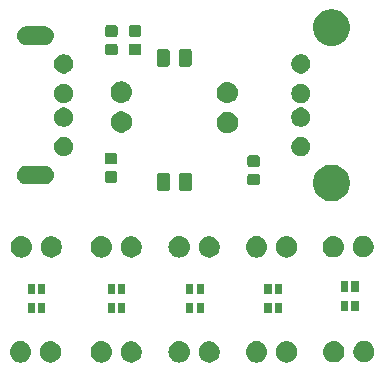
<source format=gbr>
G04 #@! TF.GenerationSoftware,KiCad,Pcbnew,(5.1.2)-1*
G04 #@! TF.CreationDate,2024-04-02T23:01:08+09:00*
G04 #@! TF.ProjectId,uf,75662e6b-6963-4616-945f-706362585858,v1.0*
G04 #@! TF.SameCoordinates,Original*
G04 #@! TF.FileFunction,Soldermask,Top*
G04 #@! TF.FilePolarity,Negative*
%FSLAX46Y46*%
G04 Gerber Fmt 4.6, Leading zero omitted, Abs format (unit mm)*
G04 Created by KiCad (PCBNEW (5.1.2)-1) date 2024-04-02 23:01:08*
%MOMM*%
%LPD*%
G04 APERTURE LIST*
%ADD10C,0.100000*%
G04 APERTURE END LIST*
D10*
G36*
X149900443Y-138485519D02*
G01*
X149966627Y-138492037D01*
X150136466Y-138543557D01*
X150292991Y-138627222D01*
X150328729Y-138656552D01*
X150430186Y-138739814D01*
X150513448Y-138841271D01*
X150542778Y-138877009D01*
X150626443Y-139033534D01*
X150677963Y-139203373D01*
X150695359Y-139380000D01*
X150677963Y-139556627D01*
X150626443Y-139726466D01*
X150542778Y-139882991D01*
X150513448Y-139918729D01*
X150430186Y-140020186D01*
X150357480Y-140079853D01*
X150292991Y-140132778D01*
X150136466Y-140216443D01*
X149966627Y-140267963D01*
X149900443Y-140274481D01*
X149834260Y-140281000D01*
X149745740Y-140281000D01*
X149679557Y-140274481D01*
X149613373Y-140267963D01*
X149443534Y-140216443D01*
X149287009Y-140132778D01*
X149222520Y-140079853D01*
X149149814Y-140020186D01*
X149066552Y-139918729D01*
X149037222Y-139882991D01*
X148953557Y-139726466D01*
X148902037Y-139556627D01*
X148884641Y-139380000D01*
X148902037Y-139203373D01*
X148953557Y-139033534D01*
X149037222Y-138877009D01*
X149066552Y-138841271D01*
X149149814Y-138739814D01*
X149251271Y-138656552D01*
X149287009Y-138627222D01*
X149443534Y-138543557D01*
X149613373Y-138492037D01*
X149679557Y-138485519D01*
X149745740Y-138479000D01*
X149834260Y-138479000D01*
X149900443Y-138485519D01*
X149900443Y-138485519D01*
G37*
G36*
X152443512Y-138483927D02*
G01*
X152592812Y-138513624D01*
X152756784Y-138581544D01*
X152904354Y-138680147D01*
X153029853Y-138805646D01*
X153128456Y-138953216D01*
X153196376Y-139117188D01*
X153231000Y-139291259D01*
X153231000Y-139468741D01*
X153196376Y-139642812D01*
X153128456Y-139806784D01*
X153029853Y-139954354D01*
X152904354Y-140079853D01*
X152756784Y-140178456D01*
X152592812Y-140246376D01*
X152443512Y-140276073D01*
X152418742Y-140281000D01*
X152241258Y-140281000D01*
X152216488Y-140276073D01*
X152067188Y-140246376D01*
X151903216Y-140178456D01*
X151755646Y-140079853D01*
X151630147Y-139954354D01*
X151531544Y-139806784D01*
X151463624Y-139642812D01*
X151429000Y-139468741D01*
X151429000Y-139291259D01*
X151463624Y-139117188D01*
X151531544Y-138953216D01*
X151630147Y-138805646D01*
X151755646Y-138680147D01*
X151903216Y-138581544D01*
X152067188Y-138513624D01*
X152216488Y-138483927D01*
X152241258Y-138479000D01*
X152418742Y-138479000D01*
X152443512Y-138483927D01*
X152443512Y-138483927D01*
G37*
G36*
X132453512Y-138483927D02*
G01*
X132602812Y-138513624D01*
X132766784Y-138581544D01*
X132914354Y-138680147D01*
X133039853Y-138805646D01*
X133138456Y-138953216D01*
X133206376Y-139117188D01*
X133241000Y-139291259D01*
X133241000Y-139468741D01*
X133206376Y-139642812D01*
X133138456Y-139806784D01*
X133039853Y-139954354D01*
X132914354Y-140079853D01*
X132766784Y-140178456D01*
X132602812Y-140246376D01*
X132453512Y-140276073D01*
X132428742Y-140281000D01*
X132251258Y-140281000D01*
X132226488Y-140276073D01*
X132077188Y-140246376D01*
X131913216Y-140178456D01*
X131765646Y-140079853D01*
X131640147Y-139954354D01*
X131541544Y-139806784D01*
X131473624Y-139642812D01*
X131439000Y-139468741D01*
X131439000Y-139291259D01*
X131473624Y-139117188D01*
X131541544Y-138953216D01*
X131640147Y-138805646D01*
X131765646Y-138680147D01*
X131913216Y-138581544D01*
X132077188Y-138513624D01*
X132226488Y-138483927D01*
X132251258Y-138479000D01*
X132428742Y-138479000D01*
X132453512Y-138483927D01*
X132453512Y-138483927D01*
G37*
G36*
X129910443Y-138485519D02*
G01*
X129976627Y-138492037D01*
X130146466Y-138543557D01*
X130302991Y-138627222D01*
X130338729Y-138656552D01*
X130440186Y-138739814D01*
X130523448Y-138841271D01*
X130552778Y-138877009D01*
X130636443Y-139033534D01*
X130687963Y-139203373D01*
X130705359Y-139380000D01*
X130687963Y-139556627D01*
X130636443Y-139726466D01*
X130552778Y-139882991D01*
X130523448Y-139918729D01*
X130440186Y-140020186D01*
X130367480Y-140079853D01*
X130302991Y-140132778D01*
X130146466Y-140216443D01*
X129976627Y-140267963D01*
X129910443Y-140274481D01*
X129844260Y-140281000D01*
X129755740Y-140281000D01*
X129689557Y-140274481D01*
X129623373Y-140267963D01*
X129453534Y-140216443D01*
X129297009Y-140132778D01*
X129232520Y-140079853D01*
X129159814Y-140020186D01*
X129076552Y-139918729D01*
X129047222Y-139882991D01*
X128963557Y-139726466D01*
X128912037Y-139556627D01*
X128894641Y-139380000D01*
X128912037Y-139203373D01*
X128963557Y-139033534D01*
X129047222Y-138877009D01*
X129076552Y-138841271D01*
X129159814Y-138739814D01*
X129261271Y-138656552D01*
X129297009Y-138627222D01*
X129453534Y-138543557D01*
X129623373Y-138492037D01*
X129689557Y-138485519D01*
X129755740Y-138479000D01*
X129844260Y-138479000D01*
X129910443Y-138485519D01*
X129910443Y-138485519D01*
G37*
G36*
X139293512Y-138483927D02*
G01*
X139442812Y-138513624D01*
X139606784Y-138581544D01*
X139754354Y-138680147D01*
X139879853Y-138805646D01*
X139978456Y-138953216D01*
X140046376Y-139117188D01*
X140081000Y-139291259D01*
X140081000Y-139468741D01*
X140046376Y-139642812D01*
X139978456Y-139806784D01*
X139879853Y-139954354D01*
X139754354Y-140079853D01*
X139606784Y-140178456D01*
X139442812Y-140246376D01*
X139293512Y-140276073D01*
X139268742Y-140281000D01*
X139091258Y-140281000D01*
X139066488Y-140276073D01*
X138917188Y-140246376D01*
X138753216Y-140178456D01*
X138605646Y-140079853D01*
X138480147Y-139954354D01*
X138381544Y-139806784D01*
X138313624Y-139642812D01*
X138279000Y-139468741D01*
X138279000Y-139291259D01*
X138313624Y-139117188D01*
X138381544Y-138953216D01*
X138480147Y-138805646D01*
X138605646Y-138680147D01*
X138753216Y-138581544D01*
X138917188Y-138513624D01*
X139066488Y-138483927D01*
X139091258Y-138479000D01*
X139268742Y-138479000D01*
X139293512Y-138483927D01*
X139293512Y-138483927D01*
G37*
G36*
X145893512Y-138483927D02*
G01*
X146042812Y-138513624D01*
X146206784Y-138581544D01*
X146354354Y-138680147D01*
X146479853Y-138805646D01*
X146578456Y-138953216D01*
X146646376Y-139117188D01*
X146681000Y-139291259D01*
X146681000Y-139468741D01*
X146646376Y-139642812D01*
X146578456Y-139806784D01*
X146479853Y-139954354D01*
X146354354Y-140079853D01*
X146206784Y-140178456D01*
X146042812Y-140246376D01*
X145893512Y-140276073D01*
X145868742Y-140281000D01*
X145691258Y-140281000D01*
X145666488Y-140276073D01*
X145517188Y-140246376D01*
X145353216Y-140178456D01*
X145205646Y-140079853D01*
X145080147Y-139954354D01*
X144981544Y-139806784D01*
X144913624Y-139642812D01*
X144879000Y-139468741D01*
X144879000Y-139291259D01*
X144913624Y-139117188D01*
X144981544Y-138953216D01*
X145080147Y-138805646D01*
X145205646Y-138680147D01*
X145353216Y-138581544D01*
X145517188Y-138513624D01*
X145666488Y-138483927D01*
X145691258Y-138479000D01*
X145868742Y-138479000D01*
X145893512Y-138483927D01*
X145893512Y-138483927D01*
G37*
G36*
X143350443Y-138485519D02*
G01*
X143416627Y-138492037D01*
X143586466Y-138543557D01*
X143742991Y-138627222D01*
X143778729Y-138656552D01*
X143880186Y-138739814D01*
X143963448Y-138841271D01*
X143992778Y-138877009D01*
X144076443Y-139033534D01*
X144127963Y-139203373D01*
X144145359Y-139380000D01*
X144127963Y-139556627D01*
X144076443Y-139726466D01*
X143992778Y-139882991D01*
X143963448Y-139918729D01*
X143880186Y-140020186D01*
X143807480Y-140079853D01*
X143742991Y-140132778D01*
X143586466Y-140216443D01*
X143416627Y-140267963D01*
X143350443Y-140274481D01*
X143284260Y-140281000D01*
X143195740Y-140281000D01*
X143129557Y-140274481D01*
X143063373Y-140267963D01*
X142893534Y-140216443D01*
X142737009Y-140132778D01*
X142672520Y-140079853D01*
X142599814Y-140020186D01*
X142516552Y-139918729D01*
X142487222Y-139882991D01*
X142403557Y-139726466D01*
X142352037Y-139556627D01*
X142334641Y-139380000D01*
X142352037Y-139203373D01*
X142403557Y-139033534D01*
X142487222Y-138877009D01*
X142516552Y-138841271D01*
X142599814Y-138739814D01*
X142701271Y-138656552D01*
X142737009Y-138627222D01*
X142893534Y-138543557D01*
X143063373Y-138492037D01*
X143129557Y-138485519D01*
X143195740Y-138479000D01*
X143284260Y-138479000D01*
X143350443Y-138485519D01*
X143350443Y-138485519D01*
G37*
G36*
X136750443Y-138485519D02*
G01*
X136816627Y-138492037D01*
X136986466Y-138543557D01*
X137142991Y-138627222D01*
X137178729Y-138656552D01*
X137280186Y-138739814D01*
X137363448Y-138841271D01*
X137392778Y-138877009D01*
X137476443Y-139033534D01*
X137527963Y-139203373D01*
X137545359Y-139380000D01*
X137527963Y-139556627D01*
X137476443Y-139726466D01*
X137392778Y-139882991D01*
X137363448Y-139918729D01*
X137280186Y-140020186D01*
X137207480Y-140079853D01*
X137142991Y-140132778D01*
X136986466Y-140216443D01*
X136816627Y-140267963D01*
X136750443Y-140274481D01*
X136684260Y-140281000D01*
X136595740Y-140281000D01*
X136529557Y-140274481D01*
X136463373Y-140267963D01*
X136293534Y-140216443D01*
X136137009Y-140132778D01*
X136072520Y-140079853D01*
X135999814Y-140020186D01*
X135916552Y-139918729D01*
X135887222Y-139882991D01*
X135803557Y-139726466D01*
X135752037Y-139556627D01*
X135734641Y-139380000D01*
X135752037Y-139203373D01*
X135803557Y-139033534D01*
X135887222Y-138877009D01*
X135916552Y-138841271D01*
X135999814Y-138739814D01*
X136101271Y-138656552D01*
X136137009Y-138627222D01*
X136293534Y-138543557D01*
X136463373Y-138492037D01*
X136529557Y-138485519D01*
X136595740Y-138479000D01*
X136684260Y-138479000D01*
X136750443Y-138485519D01*
X136750443Y-138485519D01*
G37*
G36*
X156440443Y-138465519D02*
G01*
X156506627Y-138472037D01*
X156676466Y-138523557D01*
X156832991Y-138607222D01*
X156857361Y-138627222D01*
X156970186Y-138719814D01*
X157040625Y-138805646D01*
X157082778Y-138857009D01*
X157166443Y-139013534D01*
X157217963Y-139183373D01*
X157235359Y-139360000D01*
X157217963Y-139536627D01*
X157166443Y-139706466D01*
X157082778Y-139862991D01*
X157066366Y-139882989D01*
X156970186Y-140000186D01*
X156897480Y-140059853D01*
X156832991Y-140112778D01*
X156676466Y-140196443D01*
X156506627Y-140247963D01*
X156440442Y-140254482D01*
X156374260Y-140261000D01*
X156285740Y-140261000D01*
X156219558Y-140254482D01*
X156153373Y-140247963D01*
X155983534Y-140196443D01*
X155827009Y-140112778D01*
X155762520Y-140059853D01*
X155689814Y-140000186D01*
X155593634Y-139882989D01*
X155577222Y-139862991D01*
X155493557Y-139706466D01*
X155442037Y-139536627D01*
X155424641Y-139360000D01*
X155442037Y-139183373D01*
X155493557Y-139013534D01*
X155577222Y-138857009D01*
X155619375Y-138805646D01*
X155689814Y-138719814D01*
X155802639Y-138627222D01*
X155827009Y-138607222D01*
X155983534Y-138523557D01*
X156153373Y-138472037D01*
X156219557Y-138465519D01*
X156285740Y-138459000D01*
X156374260Y-138459000D01*
X156440443Y-138465519D01*
X156440443Y-138465519D01*
G37*
G36*
X158983512Y-138463927D02*
G01*
X159132812Y-138493624D01*
X159296784Y-138561544D01*
X159444354Y-138660147D01*
X159569853Y-138785646D01*
X159668456Y-138933216D01*
X159736376Y-139097188D01*
X159771000Y-139271259D01*
X159771000Y-139448741D01*
X159736376Y-139622812D01*
X159668456Y-139786784D01*
X159569853Y-139934354D01*
X159444354Y-140059853D01*
X159296784Y-140158456D01*
X159132812Y-140226376D01*
X158983512Y-140256073D01*
X158958742Y-140261000D01*
X158781258Y-140261000D01*
X158756488Y-140256073D01*
X158607188Y-140226376D01*
X158443216Y-140158456D01*
X158295646Y-140059853D01*
X158170147Y-139934354D01*
X158071544Y-139786784D01*
X158003624Y-139622812D01*
X157969000Y-139448741D01*
X157969000Y-139271259D01*
X158003624Y-139097188D01*
X158071544Y-138933216D01*
X158170147Y-138785646D01*
X158295646Y-138660147D01*
X158443216Y-138561544D01*
X158607188Y-138493624D01*
X158756488Y-138463927D01*
X158781258Y-138459000D01*
X158958742Y-138459000D01*
X158983512Y-138463927D01*
X158983512Y-138463927D01*
G37*
G36*
X151931000Y-136126000D02*
G01*
X151319000Y-136126000D01*
X151319000Y-135264000D01*
X151931000Y-135264000D01*
X151931000Y-136126000D01*
X151931000Y-136126000D01*
G37*
G36*
X151061000Y-136126000D02*
G01*
X150449000Y-136126000D01*
X150449000Y-135264000D01*
X151061000Y-135264000D01*
X151061000Y-136126000D01*
X151061000Y-136126000D01*
G37*
G36*
X145321000Y-136126000D02*
G01*
X144709000Y-136126000D01*
X144709000Y-135264000D01*
X145321000Y-135264000D01*
X145321000Y-136126000D01*
X145321000Y-136126000D01*
G37*
G36*
X144451000Y-136126000D02*
G01*
X143839000Y-136126000D01*
X143839000Y-135264000D01*
X144451000Y-135264000D01*
X144451000Y-136126000D01*
X144451000Y-136126000D01*
G37*
G36*
X138681000Y-136126000D02*
G01*
X138069000Y-136126000D01*
X138069000Y-135264000D01*
X138681000Y-135264000D01*
X138681000Y-136126000D01*
X138681000Y-136126000D01*
G37*
G36*
X137811000Y-136126000D02*
G01*
X137199000Y-136126000D01*
X137199000Y-135264000D01*
X137811000Y-135264000D01*
X137811000Y-136126000D01*
X137811000Y-136126000D01*
G37*
G36*
X131891000Y-136126000D02*
G01*
X131279000Y-136126000D01*
X131279000Y-135264000D01*
X131891000Y-135264000D01*
X131891000Y-136126000D01*
X131891000Y-136126000D01*
G37*
G36*
X131021000Y-136126000D02*
G01*
X130409000Y-136126000D01*
X130409000Y-135264000D01*
X131021000Y-135264000D01*
X131021000Y-136126000D01*
X131021000Y-136126000D01*
G37*
G36*
X157571000Y-135946000D02*
G01*
X156959000Y-135946000D01*
X156959000Y-135084000D01*
X157571000Y-135084000D01*
X157571000Y-135946000D01*
X157571000Y-135946000D01*
G37*
G36*
X158441000Y-135946000D02*
G01*
X157829000Y-135946000D01*
X157829000Y-135084000D01*
X158441000Y-135084000D01*
X158441000Y-135946000D01*
X158441000Y-135946000D01*
G37*
G36*
X138681000Y-134456000D02*
G01*
X138069000Y-134456000D01*
X138069000Y-133594000D01*
X138681000Y-133594000D01*
X138681000Y-134456000D01*
X138681000Y-134456000D01*
G37*
G36*
X151061000Y-134456000D02*
G01*
X150449000Y-134456000D01*
X150449000Y-133594000D01*
X151061000Y-133594000D01*
X151061000Y-134456000D01*
X151061000Y-134456000D01*
G37*
G36*
X144451000Y-134456000D02*
G01*
X143839000Y-134456000D01*
X143839000Y-133594000D01*
X144451000Y-133594000D01*
X144451000Y-134456000D01*
X144451000Y-134456000D01*
G37*
G36*
X145321000Y-134456000D02*
G01*
X144709000Y-134456000D01*
X144709000Y-133594000D01*
X145321000Y-133594000D01*
X145321000Y-134456000D01*
X145321000Y-134456000D01*
G37*
G36*
X151931000Y-134456000D02*
G01*
X151319000Y-134456000D01*
X151319000Y-133594000D01*
X151931000Y-133594000D01*
X151931000Y-134456000D01*
X151931000Y-134456000D01*
G37*
G36*
X131891000Y-134456000D02*
G01*
X131279000Y-134456000D01*
X131279000Y-133594000D01*
X131891000Y-133594000D01*
X131891000Y-134456000D01*
X131891000Y-134456000D01*
G37*
G36*
X137811000Y-134456000D02*
G01*
X137199000Y-134456000D01*
X137199000Y-133594000D01*
X137811000Y-133594000D01*
X137811000Y-134456000D01*
X137811000Y-134456000D01*
G37*
G36*
X131021000Y-134456000D02*
G01*
X130409000Y-134456000D01*
X130409000Y-133594000D01*
X131021000Y-133594000D01*
X131021000Y-134456000D01*
X131021000Y-134456000D01*
G37*
G36*
X157571000Y-134276000D02*
G01*
X156959000Y-134276000D01*
X156959000Y-133414000D01*
X157571000Y-133414000D01*
X157571000Y-134276000D01*
X157571000Y-134276000D01*
G37*
G36*
X158441000Y-134276000D02*
G01*
X157829000Y-134276000D01*
X157829000Y-133414000D01*
X158441000Y-133414000D01*
X158441000Y-134276000D01*
X158441000Y-134276000D01*
G37*
G36*
X129980443Y-129595519D02*
G01*
X130046627Y-129602037D01*
X130216466Y-129653557D01*
X130372991Y-129737222D01*
X130408729Y-129766552D01*
X130510186Y-129849814D01*
X130593448Y-129951271D01*
X130622778Y-129987009D01*
X130706443Y-130143534D01*
X130757963Y-130313373D01*
X130775359Y-130490000D01*
X130757963Y-130666627D01*
X130706443Y-130836466D01*
X130622778Y-130992991D01*
X130593448Y-131028729D01*
X130510186Y-131130186D01*
X130437480Y-131189853D01*
X130372991Y-131242778D01*
X130216466Y-131326443D01*
X130046627Y-131377963D01*
X129980443Y-131384481D01*
X129914260Y-131391000D01*
X129825740Y-131391000D01*
X129759557Y-131384481D01*
X129693373Y-131377963D01*
X129523534Y-131326443D01*
X129367009Y-131242778D01*
X129302520Y-131189853D01*
X129229814Y-131130186D01*
X129146552Y-131028729D01*
X129117222Y-130992991D01*
X129033557Y-130836466D01*
X128982037Y-130666627D01*
X128964641Y-130490000D01*
X128982037Y-130313373D01*
X129033557Y-130143534D01*
X129117222Y-129987009D01*
X129146552Y-129951271D01*
X129229814Y-129849814D01*
X129331271Y-129766552D01*
X129367009Y-129737222D01*
X129523534Y-129653557D01*
X129693373Y-129602037D01*
X129759557Y-129595519D01*
X129825740Y-129589000D01*
X129914260Y-129589000D01*
X129980443Y-129595519D01*
X129980443Y-129595519D01*
G37*
G36*
X132523512Y-129593927D02*
G01*
X132672812Y-129623624D01*
X132836784Y-129691544D01*
X132984354Y-129790147D01*
X133109853Y-129915646D01*
X133208456Y-130063216D01*
X133276376Y-130227188D01*
X133311000Y-130401259D01*
X133311000Y-130578741D01*
X133276376Y-130752812D01*
X133208456Y-130916784D01*
X133109853Y-131064354D01*
X132984354Y-131189853D01*
X132836784Y-131288456D01*
X132672812Y-131356376D01*
X132523512Y-131386073D01*
X132498742Y-131391000D01*
X132321258Y-131391000D01*
X132296488Y-131386073D01*
X132147188Y-131356376D01*
X131983216Y-131288456D01*
X131835646Y-131189853D01*
X131710147Y-131064354D01*
X131611544Y-130916784D01*
X131543624Y-130752812D01*
X131509000Y-130578741D01*
X131509000Y-130401259D01*
X131543624Y-130227188D01*
X131611544Y-130063216D01*
X131710147Y-129915646D01*
X131835646Y-129790147D01*
X131983216Y-129691544D01*
X132147188Y-129623624D01*
X132296488Y-129593927D01*
X132321258Y-129589000D01*
X132498742Y-129589000D01*
X132523512Y-129593927D01*
X132523512Y-129593927D01*
G37*
G36*
X136750443Y-129595519D02*
G01*
X136816627Y-129602037D01*
X136986466Y-129653557D01*
X137142991Y-129737222D01*
X137178729Y-129766552D01*
X137280186Y-129849814D01*
X137363448Y-129951271D01*
X137392778Y-129987009D01*
X137476443Y-130143534D01*
X137527963Y-130313373D01*
X137545359Y-130490000D01*
X137527963Y-130666627D01*
X137476443Y-130836466D01*
X137392778Y-130992991D01*
X137363448Y-131028729D01*
X137280186Y-131130186D01*
X137207480Y-131189853D01*
X137142991Y-131242778D01*
X136986466Y-131326443D01*
X136816627Y-131377963D01*
X136750443Y-131384481D01*
X136684260Y-131391000D01*
X136595740Y-131391000D01*
X136529557Y-131384481D01*
X136463373Y-131377963D01*
X136293534Y-131326443D01*
X136137009Y-131242778D01*
X136072520Y-131189853D01*
X135999814Y-131130186D01*
X135916552Y-131028729D01*
X135887222Y-130992991D01*
X135803557Y-130836466D01*
X135752037Y-130666627D01*
X135734641Y-130490000D01*
X135752037Y-130313373D01*
X135803557Y-130143534D01*
X135887222Y-129987009D01*
X135916552Y-129951271D01*
X135999814Y-129849814D01*
X136101271Y-129766552D01*
X136137009Y-129737222D01*
X136293534Y-129653557D01*
X136463373Y-129602037D01*
X136529557Y-129595519D01*
X136595740Y-129589000D01*
X136684260Y-129589000D01*
X136750443Y-129595519D01*
X136750443Y-129595519D01*
G37*
G36*
X139293512Y-129593927D02*
G01*
X139442812Y-129623624D01*
X139606784Y-129691544D01*
X139754354Y-129790147D01*
X139879853Y-129915646D01*
X139978456Y-130063216D01*
X140046376Y-130227188D01*
X140081000Y-130401259D01*
X140081000Y-130578741D01*
X140046376Y-130752812D01*
X139978456Y-130916784D01*
X139879853Y-131064354D01*
X139754354Y-131189853D01*
X139606784Y-131288456D01*
X139442812Y-131356376D01*
X139293512Y-131386073D01*
X139268742Y-131391000D01*
X139091258Y-131391000D01*
X139066488Y-131386073D01*
X138917188Y-131356376D01*
X138753216Y-131288456D01*
X138605646Y-131189853D01*
X138480147Y-131064354D01*
X138381544Y-130916784D01*
X138313624Y-130752812D01*
X138279000Y-130578741D01*
X138279000Y-130401259D01*
X138313624Y-130227188D01*
X138381544Y-130063216D01*
X138480147Y-129915646D01*
X138605646Y-129790147D01*
X138753216Y-129691544D01*
X138917188Y-129623624D01*
X139066488Y-129593927D01*
X139091258Y-129589000D01*
X139268742Y-129589000D01*
X139293512Y-129593927D01*
X139293512Y-129593927D01*
G37*
G36*
X145893512Y-129593927D02*
G01*
X146042812Y-129623624D01*
X146206784Y-129691544D01*
X146354354Y-129790147D01*
X146479853Y-129915646D01*
X146578456Y-130063216D01*
X146646376Y-130227188D01*
X146681000Y-130401259D01*
X146681000Y-130578741D01*
X146646376Y-130752812D01*
X146578456Y-130916784D01*
X146479853Y-131064354D01*
X146354354Y-131189853D01*
X146206784Y-131288456D01*
X146042812Y-131356376D01*
X145893512Y-131386073D01*
X145868742Y-131391000D01*
X145691258Y-131391000D01*
X145666488Y-131386073D01*
X145517188Y-131356376D01*
X145353216Y-131288456D01*
X145205646Y-131189853D01*
X145080147Y-131064354D01*
X144981544Y-130916784D01*
X144913624Y-130752812D01*
X144879000Y-130578741D01*
X144879000Y-130401259D01*
X144913624Y-130227188D01*
X144981544Y-130063216D01*
X145080147Y-129915646D01*
X145205646Y-129790147D01*
X145353216Y-129691544D01*
X145517188Y-129623624D01*
X145666488Y-129593927D01*
X145691258Y-129589000D01*
X145868742Y-129589000D01*
X145893512Y-129593927D01*
X145893512Y-129593927D01*
G37*
G36*
X143350443Y-129595519D02*
G01*
X143416627Y-129602037D01*
X143586466Y-129653557D01*
X143742991Y-129737222D01*
X143778729Y-129766552D01*
X143880186Y-129849814D01*
X143963448Y-129951271D01*
X143992778Y-129987009D01*
X144076443Y-130143534D01*
X144127963Y-130313373D01*
X144145359Y-130490000D01*
X144127963Y-130666627D01*
X144076443Y-130836466D01*
X143992778Y-130992991D01*
X143963448Y-131028729D01*
X143880186Y-131130186D01*
X143807480Y-131189853D01*
X143742991Y-131242778D01*
X143586466Y-131326443D01*
X143416627Y-131377963D01*
X143350443Y-131384481D01*
X143284260Y-131391000D01*
X143195740Y-131391000D01*
X143129557Y-131384481D01*
X143063373Y-131377963D01*
X142893534Y-131326443D01*
X142737009Y-131242778D01*
X142672520Y-131189853D01*
X142599814Y-131130186D01*
X142516552Y-131028729D01*
X142487222Y-130992991D01*
X142403557Y-130836466D01*
X142352037Y-130666627D01*
X142334641Y-130490000D01*
X142352037Y-130313373D01*
X142403557Y-130143534D01*
X142487222Y-129987009D01*
X142516552Y-129951271D01*
X142599814Y-129849814D01*
X142701271Y-129766552D01*
X142737009Y-129737222D01*
X142893534Y-129653557D01*
X143063373Y-129602037D01*
X143129557Y-129595519D01*
X143195740Y-129589000D01*
X143284260Y-129589000D01*
X143350443Y-129595519D01*
X143350443Y-129595519D01*
G37*
G36*
X149900443Y-129595519D02*
G01*
X149966627Y-129602037D01*
X150136466Y-129653557D01*
X150292991Y-129737222D01*
X150328729Y-129766552D01*
X150430186Y-129849814D01*
X150513448Y-129951271D01*
X150542778Y-129987009D01*
X150626443Y-130143534D01*
X150677963Y-130313373D01*
X150695359Y-130490000D01*
X150677963Y-130666627D01*
X150626443Y-130836466D01*
X150542778Y-130992991D01*
X150513448Y-131028729D01*
X150430186Y-131130186D01*
X150357480Y-131189853D01*
X150292991Y-131242778D01*
X150136466Y-131326443D01*
X149966627Y-131377963D01*
X149900443Y-131384481D01*
X149834260Y-131391000D01*
X149745740Y-131391000D01*
X149679557Y-131384481D01*
X149613373Y-131377963D01*
X149443534Y-131326443D01*
X149287009Y-131242778D01*
X149222520Y-131189853D01*
X149149814Y-131130186D01*
X149066552Y-131028729D01*
X149037222Y-130992991D01*
X148953557Y-130836466D01*
X148902037Y-130666627D01*
X148884641Y-130490000D01*
X148902037Y-130313373D01*
X148953557Y-130143534D01*
X149037222Y-129987009D01*
X149066552Y-129951271D01*
X149149814Y-129849814D01*
X149251271Y-129766552D01*
X149287009Y-129737222D01*
X149443534Y-129653557D01*
X149613373Y-129602037D01*
X149679557Y-129595519D01*
X149745740Y-129589000D01*
X149834260Y-129589000D01*
X149900443Y-129595519D01*
X149900443Y-129595519D01*
G37*
G36*
X152443512Y-129593927D02*
G01*
X152592812Y-129623624D01*
X152756784Y-129691544D01*
X152904354Y-129790147D01*
X153029853Y-129915646D01*
X153128456Y-130063216D01*
X153196376Y-130227188D01*
X153231000Y-130401259D01*
X153231000Y-130578741D01*
X153196376Y-130752812D01*
X153128456Y-130916784D01*
X153029853Y-131064354D01*
X152904354Y-131189853D01*
X152756784Y-131288456D01*
X152592812Y-131356376D01*
X152443512Y-131386073D01*
X152418742Y-131391000D01*
X152241258Y-131391000D01*
X152216488Y-131386073D01*
X152067188Y-131356376D01*
X151903216Y-131288456D01*
X151755646Y-131189853D01*
X151630147Y-131064354D01*
X151531544Y-130916784D01*
X151463624Y-130752812D01*
X151429000Y-130578741D01*
X151429000Y-130401259D01*
X151463624Y-130227188D01*
X151531544Y-130063216D01*
X151630147Y-129915646D01*
X151755646Y-129790147D01*
X151903216Y-129691544D01*
X152067188Y-129623624D01*
X152216488Y-129593927D01*
X152241258Y-129589000D01*
X152418742Y-129589000D01*
X152443512Y-129593927D01*
X152443512Y-129593927D01*
G37*
G36*
X158933512Y-129573927D02*
G01*
X159082812Y-129603624D01*
X159246784Y-129671544D01*
X159394354Y-129770147D01*
X159519853Y-129895646D01*
X159618456Y-130043216D01*
X159686376Y-130207188D01*
X159721000Y-130381259D01*
X159721000Y-130558741D01*
X159686376Y-130732812D01*
X159618456Y-130896784D01*
X159519853Y-131044354D01*
X159394354Y-131169853D01*
X159246784Y-131268456D01*
X159082812Y-131336376D01*
X158933512Y-131366073D01*
X158908742Y-131371000D01*
X158731258Y-131371000D01*
X158706488Y-131366073D01*
X158557188Y-131336376D01*
X158393216Y-131268456D01*
X158245646Y-131169853D01*
X158120147Y-131044354D01*
X158021544Y-130896784D01*
X157953624Y-130732812D01*
X157919000Y-130558741D01*
X157919000Y-130381259D01*
X157953624Y-130207188D01*
X158021544Y-130043216D01*
X158120147Y-129895646D01*
X158245646Y-129770147D01*
X158393216Y-129671544D01*
X158557188Y-129603624D01*
X158706488Y-129573927D01*
X158731258Y-129569000D01*
X158908742Y-129569000D01*
X158933512Y-129573927D01*
X158933512Y-129573927D01*
G37*
G36*
X156390442Y-129575518D02*
G01*
X156456627Y-129582037D01*
X156626466Y-129633557D01*
X156782991Y-129717222D01*
X156807361Y-129737222D01*
X156920186Y-129829814D01*
X156990625Y-129915646D01*
X157032778Y-129967009D01*
X157116443Y-130123534D01*
X157167963Y-130293373D01*
X157185359Y-130470000D01*
X157167963Y-130646627D01*
X157116443Y-130816466D01*
X157032778Y-130972991D01*
X157016366Y-130992989D01*
X156920186Y-131110186D01*
X156847480Y-131169853D01*
X156782991Y-131222778D01*
X156626466Y-131306443D01*
X156456627Y-131357963D01*
X156390442Y-131364482D01*
X156324260Y-131371000D01*
X156235740Y-131371000D01*
X156169558Y-131364482D01*
X156103373Y-131357963D01*
X155933534Y-131306443D01*
X155777009Y-131222778D01*
X155712520Y-131169853D01*
X155639814Y-131110186D01*
X155543634Y-130992989D01*
X155527222Y-130972991D01*
X155443557Y-130816466D01*
X155392037Y-130646627D01*
X155374641Y-130470000D01*
X155392037Y-130293373D01*
X155443557Y-130123534D01*
X155527222Y-129967009D01*
X155569375Y-129915646D01*
X155639814Y-129829814D01*
X155752639Y-129737222D01*
X155777009Y-129717222D01*
X155933534Y-129633557D01*
X156103373Y-129582037D01*
X156169558Y-129575518D01*
X156235740Y-129569000D01*
X156324260Y-129569000D01*
X156390442Y-129575518D01*
X156390442Y-129575518D01*
G37*
G36*
X156442585Y-123548802D02*
G01*
X156592410Y-123578604D01*
X156874674Y-123695521D01*
X157128705Y-123865259D01*
X157344741Y-124081295D01*
X157514479Y-124335326D01*
X157606308Y-124557023D01*
X157631396Y-124617591D01*
X157691000Y-124917239D01*
X157691000Y-125222761D01*
X157680410Y-125276000D01*
X157631396Y-125522410D01*
X157514479Y-125804674D01*
X157344741Y-126058705D01*
X157128705Y-126274741D01*
X156874674Y-126444479D01*
X156592410Y-126561396D01*
X156442585Y-126591198D01*
X156292761Y-126621000D01*
X155987239Y-126621000D01*
X155837415Y-126591198D01*
X155687590Y-126561396D01*
X155405326Y-126444479D01*
X155151295Y-126274741D01*
X154935259Y-126058705D01*
X154765521Y-125804674D01*
X154648604Y-125522410D01*
X154599590Y-125276000D01*
X154589000Y-125222761D01*
X154589000Y-124917239D01*
X154648604Y-124617591D01*
X154673692Y-124557023D01*
X154765521Y-124335326D01*
X154935259Y-124081295D01*
X155151295Y-123865259D01*
X155405326Y-123695521D01*
X155687590Y-123578604D01*
X155837415Y-123548802D01*
X155987239Y-123519000D01*
X156292761Y-123519000D01*
X156442585Y-123548802D01*
X156442585Y-123548802D01*
G37*
G36*
X144159468Y-124233565D02*
G01*
X144198138Y-124245296D01*
X144233777Y-124264346D01*
X144265017Y-124289983D01*
X144290654Y-124321223D01*
X144309704Y-124356862D01*
X144321435Y-124395532D01*
X144326000Y-124441888D01*
X144326000Y-125518112D01*
X144321435Y-125564468D01*
X144309704Y-125603138D01*
X144290654Y-125638777D01*
X144265017Y-125670017D01*
X144233777Y-125695654D01*
X144198138Y-125714704D01*
X144159468Y-125726435D01*
X144113112Y-125731000D01*
X143461888Y-125731000D01*
X143415532Y-125726435D01*
X143376862Y-125714704D01*
X143341223Y-125695654D01*
X143309983Y-125670017D01*
X143284346Y-125638777D01*
X143265296Y-125603138D01*
X143253565Y-125564468D01*
X143249000Y-125518112D01*
X143249000Y-124441888D01*
X143253565Y-124395532D01*
X143265296Y-124356862D01*
X143284346Y-124321223D01*
X143309983Y-124289983D01*
X143341223Y-124264346D01*
X143376862Y-124245296D01*
X143415532Y-124233565D01*
X143461888Y-124229000D01*
X144113112Y-124229000D01*
X144159468Y-124233565D01*
X144159468Y-124233565D01*
G37*
G36*
X142284468Y-124233565D02*
G01*
X142323138Y-124245296D01*
X142358777Y-124264346D01*
X142390017Y-124289983D01*
X142415654Y-124321223D01*
X142434704Y-124356862D01*
X142446435Y-124395532D01*
X142451000Y-124441888D01*
X142451000Y-125518112D01*
X142446435Y-125564468D01*
X142434704Y-125603138D01*
X142415654Y-125638777D01*
X142390017Y-125670017D01*
X142358777Y-125695654D01*
X142323138Y-125714704D01*
X142284468Y-125726435D01*
X142238112Y-125731000D01*
X141586888Y-125731000D01*
X141540532Y-125726435D01*
X141501862Y-125714704D01*
X141466223Y-125695654D01*
X141434983Y-125670017D01*
X141409346Y-125638777D01*
X141390296Y-125603138D01*
X141378565Y-125564468D01*
X141374000Y-125518112D01*
X141374000Y-124441888D01*
X141378565Y-124395532D01*
X141390296Y-124356862D01*
X141409346Y-124321223D01*
X141434983Y-124289983D01*
X141466223Y-124264346D01*
X141501862Y-124245296D01*
X141540532Y-124233565D01*
X141586888Y-124229000D01*
X142238112Y-124229000D01*
X142284468Y-124233565D01*
X142284468Y-124233565D01*
G37*
G36*
X149919591Y-124303085D02*
G01*
X149953569Y-124313393D01*
X149984890Y-124330134D01*
X150012339Y-124352661D01*
X150034866Y-124380110D01*
X150051607Y-124411431D01*
X150061915Y-124445409D01*
X150066000Y-124486890D01*
X150066000Y-125088110D01*
X150061915Y-125129591D01*
X150051607Y-125163569D01*
X150034866Y-125194890D01*
X150012339Y-125222339D01*
X149984890Y-125244866D01*
X149953569Y-125261607D01*
X149919591Y-125271915D01*
X149878110Y-125276000D01*
X149201890Y-125276000D01*
X149160409Y-125271915D01*
X149126431Y-125261607D01*
X149095110Y-125244866D01*
X149067661Y-125222339D01*
X149045134Y-125194890D01*
X149028393Y-125163569D01*
X149018085Y-125129591D01*
X149014000Y-125088110D01*
X149014000Y-124486890D01*
X149018085Y-124445409D01*
X149028393Y-124411431D01*
X149045134Y-124380110D01*
X149067661Y-124352661D01*
X149095110Y-124330134D01*
X149126431Y-124313393D01*
X149160409Y-124303085D01*
X149201890Y-124299000D01*
X149878110Y-124299000D01*
X149919591Y-124303085D01*
X149919591Y-124303085D01*
G37*
G36*
X131888571Y-123602863D02*
G01*
X131967023Y-123610590D01*
X132029232Y-123629461D01*
X132118013Y-123656392D01*
X132257165Y-123730771D01*
X132379133Y-123830867D01*
X132479229Y-123952835D01*
X132553608Y-124091987D01*
X132557583Y-124105092D01*
X132599410Y-124242977D01*
X132614875Y-124400000D01*
X132599410Y-124557023D01*
X132581037Y-124617590D01*
X132553608Y-124708013D01*
X132479229Y-124847165D01*
X132379133Y-124969133D01*
X132257165Y-125069229D01*
X132118013Y-125143608D01*
X132067682Y-125158875D01*
X131967023Y-125189410D01*
X131911382Y-125194890D01*
X131849346Y-125201000D01*
X130270654Y-125201000D01*
X130208618Y-125194890D01*
X130152977Y-125189410D01*
X130052318Y-125158875D01*
X130001987Y-125143608D01*
X129862835Y-125069229D01*
X129740867Y-124969133D01*
X129640771Y-124847165D01*
X129566392Y-124708013D01*
X129538963Y-124617590D01*
X129520590Y-124557023D01*
X129505125Y-124400000D01*
X129520590Y-124242977D01*
X129562417Y-124105092D01*
X129566392Y-124091987D01*
X129640771Y-123952835D01*
X129740867Y-123830867D01*
X129862835Y-123730771D01*
X130001987Y-123656392D01*
X130090768Y-123629461D01*
X130152977Y-123610590D01*
X130231429Y-123602863D01*
X130270654Y-123599000D01*
X131849346Y-123599000D01*
X131888571Y-123602863D01*
X131888571Y-123602863D01*
G37*
G36*
X137839591Y-124090585D02*
G01*
X137873569Y-124100893D01*
X137904890Y-124117634D01*
X137932339Y-124140161D01*
X137954866Y-124167610D01*
X137971607Y-124198931D01*
X137981915Y-124232909D01*
X137986000Y-124274390D01*
X137986000Y-124875610D01*
X137981915Y-124917091D01*
X137971607Y-124951069D01*
X137954866Y-124982390D01*
X137932339Y-125009839D01*
X137904890Y-125032366D01*
X137873569Y-125049107D01*
X137839591Y-125059415D01*
X137798110Y-125063500D01*
X137121890Y-125063500D01*
X137080409Y-125059415D01*
X137046431Y-125049107D01*
X137015110Y-125032366D01*
X136987661Y-125009839D01*
X136965134Y-124982390D01*
X136948393Y-124951069D01*
X136938085Y-124917091D01*
X136934000Y-124875610D01*
X136934000Y-124274390D01*
X136938085Y-124232909D01*
X136948393Y-124198931D01*
X136965134Y-124167610D01*
X136987661Y-124140161D01*
X137015110Y-124117634D01*
X137046431Y-124100893D01*
X137080409Y-124090585D01*
X137121890Y-124086500D01*
X137798110Y-124086500D01*
X137839591Y-124090585D01*
X137839591Y-124090585D01*
G37*
G36*
X149919591Y-122728085D02*
G01*
X149953569Y-122738393D01*
X149984890Y-122755134D01*
X150012339Y-122777661D01*
X150034866Y-122805110D01*
X150051607Y-122836431D01*
X150061915Y-122870409D01*
X150066000Y-122911890D01*
X150066000Y-123513110D01*
X150061915Y-123554591D01*
X150051607Y-123588569D01*
X150034866Y-123619890D01*
X150012339Y-123647339D01*
X149984890Y-123669866D01*
X149953569Y-123686607D01*
X149919591Y-123696915D01*
X149878110Y-123701000D01*
X149201890Y-123701000D01*
X149160409Y-123696915D01*
X149126431Y-123686607D01*
X149095110Y-123669866D01*
X149067661Y-123647339D01*
X149045134Y-123619890D01*
X149028393Y-123588569D01*
X149018085Y-123554591D01*
X149014000Y-123513110D01*
X149014000Y-122911890D01*
X149018085Y-122870409D01*
X149028393Y-122836431D01*
X149045134Y-122805110D01*
X149067661Y-122777661D01*
X149095110Y-122755134D01*
X149126431Y-122738393D01*
X149160409Y-122728085D01*
X149201890Y-122724000D01*
X149878110Y-122724000D01*
X149919591Y-122728085D01*
X149919591Y-122728085D01*
G37*
G36*
X137839591Y-122515585D02*
G01*
X137873569Y-122525893D01*
X137904890Y-122542634D01*
X137932339Y-122565161D01*
X137954866Y-122592610D01*
X137971607Y-122623931D01*
X137981915Y-122657909D01*
X137986000Y-122699390D01*
X137986000Y-123300610D01*
X137981915Y-123342091D01*
X137971607Y-123376069D01*
X137954866Y-123407390D01*
X137932339Y-123434839D01*
X137904890Y-123457366D01*
X137873569Y-123474107D01*
X137839591Y-123484415D01*
X137798110Y-123488500D01*
X137121890Y-123488500D01*
X137080409Y-123484415D01*
X137046431Y-123474107D01*
X137015110Y-123457366D01*
X136987661Y-123434839D01*
X136965134Y-123407390D01*
X136948393Y-123376069D01*
X136938085Y-123342091D01*
X136934000Y-123300610D01*
X136934000Y-122699390D01*
X136938085Y-122657909D01*
X136948393Y-122623931D01*
X136965134Y-122592610D01*
X136987661Y-122565161D01*
X137015110Y-122542634D01*
X137046431Y-122525893D01*
X137080409Y-122515585D01*
X137121890Y-122511500D01*
X137798110Y-122511500D01*
X137839591Y-122515585D01*
X137839591Y-122515585D01*
G37*
G36*
X153777142Y-121218242D02*
G01*
X153925101Y-121279529D01*
X154058255Y-121368499D01*
X154171501Y-121481745D01*
X154260471Y-121614899D01*
X154321758Y-121762858D01*
X154353000Y-121919925D01*
X154353000Y-122080075D01*
X154321758Y-122237142D01*
X154260471Y-122385101D01*
X154171501Y-122518255D01*
X154058255Y-122631501D01*
X153925101Y-122720471D01*
X153777142Y-122781758D01*
X153620075Y-122813000D01*
X153459925Y-122813000D01*
X153302858Y-122781758D01*
X153154899Y-122720471D01*
X153021745Y-122631501D01*
X152908499Y-122518255D01*
X152819529Y-122385101D01*
X152758242Y-122237142D01*
X152727000Y-122080075D01*
X152727000Y-121919925D01*
X152758242Y-121762858D01*
X152819529Y-121614899D01*
X152908499Y-121481745D01*
X153021745Y-121368499D01*
X153154899Y-121279529D01*
X153302858Y-121218242D01*
X153459925Y-121187000D01*
X153620075Y-121187000D01*
X153777142Y-121218242D01*
X153777142Y-121218242D01*
G37*
G36*
X133697142Y-121218242D02*
G01*
X133845101Y-121279529D01*
X133978255Y-121368499D01*
X134091501Y-121481745D01*
X134180471Y-121614899D01*
X134241758Y-121762858D01*
X134273000Y-121919925D01*
X134273000Y-122080075D01*
X134241758Y-122237142D01*
X134180471Y-122385101D01*
X134091501Y-122518255D01*
X133978255Y-122631501D01*
X133845101Y-122720471D01*
X133697142Y-122781758D01*
X133540075Y-122813000D01*
X133379925Y-122813000D01*
X133222858Y-122781758D01*
X133074899Y-122720471D01*
X132941745Y-122631501D01*
X132828499Y-122518255D01*
X132739529Y-122385101D01*
X132678242Y-122237142D01*
X132647000Y-122080075D01*
X132647000Y-121919925D01*
X132678242Y-121762858D01*
X132739529Y-121614899D01*
X132828499Y-121481745D01*
X132941745Y-121368499D01*
X133074899Y-121279529D01*
X133222858Y-121218242D01*
X133379925Y-121187000D01*
X133540075Y-121187000D01*
X133697142Y-121218242D01*
X133697142Y-121218242D01*
G37*
G36*
X147433512Y-119063927D02*
G01*
X147582812Y-119093624D01*
X147746784Y-119161544D01*
X147894354Y-119260147D01*
X148019853Y-119385646D01*
X148118456Y-119533216D01*
X148186376Y-119697188D01*
X148221000Y-119871259D01*
X148221000Y-120048741D01*
X148186376Y-120222812D01*
X148118456Y-120386784D01*
X148019853Y-120534354D01*
X147894354Y-120659853D01*
X147746784Y-120758456D01*
X147582812Y-120826376D01*
X147433512Y-120856073D01*
X147408742Y-120861000D01*
X147231258Y-120861000D01*
X147206488Y-120856073D01*
X147057188Y-120826376D01*
X146893216Y-120758456D01*
X146745646Y-120659853D01*
X146620147Y-120534354D01*
X146521544Y-120386784D01*
X146453624Y-120222812D01*
X146419000Y-120048741D01*
X146419000Y-119871259D01*
X146453624Y-119697188D01*
X146521544Y-119533216D01*
X146620147Y-119385646D01*
X146745646Y-119260147D01*
X146893216Y-119161544D01*
X147057188Y-119093624D01*
X147206488Y-119063927D01*
X147231258Y-119059000D01*
X147408742Y-119059000D01*
X147433512Y-119063927D01*
X147433512Y-119063927D01*
G37*
G36*
X138453512Y-119023927D02*
G01*
X138602812Y-119053624D01*
X138766784Y-119121544D01*
X138914354Y-119220147D01*
X139039853Y-119345646D01*
X139138456Y-119493216D01*
X139206376Y-119657188D01*
X139241000Y-119831259D01*
X139241000Y-120008741D01*
X139206376Y-120182812D01*
X139138456Y-120346784D01*
X139039853Y-120494354D01*
X138914354Y-120619853D01*
X138766784Y-120718456D01*
X138602812Y-120786376D01*
X138453512Y-120816073D01*
X138428742Y-120821000D01*
X138251258Y-120821000D01*
X138226488Y-120816073D01*
X138077188Y-120786376D01*
X137913216Y-120718456D01*
X137765646Y-120619853D01*
X137640147Y-120494354D01*
X137541544Y-120346784D01*
X137473624Y-120182812D01*
X137439000Y-120008741D01*
X137439000Y-119831259D01*
X137473624Y-119657188D01*
X137541544Y-119493216D01*
X137640147Y-119345646D01*
X137765646Y-119220147D01*
X137913216Y-119121544D01*
X138077188Y-119053624D01*
X138226488Y-119023927D01*
X138251258Y-119019000D01*
X138428742Y-119019000D01*
X138453512Y-119023927D01*
X138453512Y-119023927D01*
G37*
G36*
X133697142Y-118718242D02*
G01*
X133845101Y-118779529D01*
X133978255Y-118868499D01*
X134091501Y-118981745D01*
X134180471Y-119114899D01*
X134241758Y-119262858D01*
X134273000Y-119419925D01*
X134273000Y-119580075D01*
X134241758Y-119737142D01*
X134180471Y-119885101D01*
X134091501Y-120018255D01*
X133978255Y-120131501D01*
X133845101Y-120220471D01*
X133697142Y-120281758D01*
X133540075Y-120313000D01*
X133379925Y-120313000D01*
X133222858Y-120281758D01*
X133074899Y-120220471D01*
X132941745Y-120131501D01*
X132828499Y-120018255D01*
X132739529Y-119885101D01*
X132678242Y-119737142D01*
X132647000Y-119580075D01*
X132647000Y-119419925D01*
X132678242Y-119262858D01*
X132739529Y-119114899D01*
X132828499Y-118981745D01*
X132941745Y-118868499D01*
X133074899Y-118779529D01*
X133222858Y-118718242D01*
X133379925Y-118687000D01*
X133540075Y-118687000D01*
X133697142Y-118718242D01*
X133697142Y-118718242D01*
G37*
G36*
X153777142Y-118718242D02*
G01*
X153925101Y-118779529D01*
X154058255Y-118868499D01*
X154171501Y-118981745D01*
X154260471Y-119114899D01*
X154321758Y-119262858D01*
X154353000Y-119419925D01*
X154353000Y-119580075D01*
X154321758Y-119737142D01*
X154260471Y-119885101D01*
X154171501Y-120018255D01*
X154058255Y-120131501D01*
X153925101Y-120220471D01*
X153777142Y-120281758D01*
X153620075Y-120313000D01*
X153459925Y-120313000D01*
X153302858Y-120281758D01*
X153154899Y-120220471D01*
X153021745Y-120131501D01*
X152908499Y-120018255D01*
X152819529Y-119885101D01*
X152758242Y-119737142D01*
X152727000Y-119580075D01*
X152727000Y-119419925D01*
X152758242Y-119262858D01*
X152819529Y-119114899D01*
X152908499Y-118981745D01*
X153021745Y-118868499D01*
X153154899Y-118779529D01*
X153302858Y-118718242D01*
X153459925Y-118687000D01*
X153620075Y-118687000D01*
X153777142Y-118718242D01*
X153777142Y-118718242D01*
G37*
G36*
X147430442Y-116525518D02*
G01*
X147496627Y-116532037D01*
X147666466Y-116583557D01*
X147822991Y-116667222D01*
X147847090Y-116687000D01*
X147960186Y-116779814D01*
X148032967Y-116868499D01*
X148072778Y-116917009D01*
X148156443Y-117073534D01*
X148207963Y-117243373D01*
X148225359Y-117420000D01*
X148207963Y-117596627D01*
X148156443Y-117766466D01*
X148072778Y-117922991D01*
X148043448Y-117958729D01*
X147960186Y-118060186D01*
X147873287Y-118131501D01*
X147822991Y-118172778D01*
X147666466Y-118256443D01*
X147496627Y-118307963D01*
X147430442Y-118314482D01*
X147364260Y-118321000D01*
X147275740Y-118321000D01*
X147209558Y-118314482D01*
X147143373Y-118307963D01*
X146973534Y-118256443D01*
X146817009Y-118172778D01*
X146766713Y-118131501D01*
X146679814Y-118060186D01*
X146596552Y-117958729D01*
X146567222Y-117922991D01*
X146483557Y-117766466D01*
X146432037Y-117596627D01*
X146414641Y-117420000D01*
X146432037Y-117243373D01*
X146483557Y-117073534D01*
X146567222Y-116917009D01*
X146607033Y-116868499D01*
X146679814Y-116779814D01*
X146792910Y-116687000D01*
X146817009Y-116667222D01*
X146973534Y-116583557D01*
X147143373Y-116532037D01*
X147209558Y-116525518D01*
X147275740Y-116519000D01*
X147364260Y-116519000D01*
X147430442Y-116525518D01*
X147430442Y-116525518D01*
G37*
G36*
X133697142Y-116718242D02*
G01*
X133845101Y-116779529D01*
X133978255Y-116868499D01*
X134091501Y-116981745D01*
X134180471Y-117114899D01*
X134241758Y-117262858D01*
X134273000Y-117419925D01*
X134273000Y-117580075D01*
X134241758Y-117737142D01*
X134180471Y-117885101D01*
X134091501Y-118018255D01*
X133978255Y-118131501D01*
X133845101Y-118220471D01*
X133697142Y-118281758D01*
X133540075Y-118313000D01*
X133379925Y-118313000D01*
X133222858Y-118281758D01*
X133074899Y-118220471D01*
X132941745Y-118131501D01*
X132828499Y-118018255D01*
X132739529Y-117885101D01*
X132678242Y-117737142D01*
X132647000Y-117580075D01*
X132647000Y-117419925D01*
X132678242Y-117262858D01*
X132739529Y-117114899D01*
X132828499Y-116981745D01*
X132941745Y-116868499D01*
X133074899Y-116779529D01*
X133222858Y-116718242D01*
X133379925Y-116687000D01*
X133540075Y-116687000D01*
X133697142Y-116718242D01*
X133697142Y-116718242D01*
G37*
G36*
X153777142Y-116718242D02*
G01*
X153925101Y-116779529D01*
X154058255Y-116868499D01*
X154171501Y-116981745D01*
X154260471Y-117114899D01*
X154321758Y-117262858D01*
X154353000Y-117419925D01*
X154353000Y-117580075D01*
X154321758Y-117737142D01*
X154260471Y-117885101D01*
X154171501Y-118018255D01*
X154058255Y-118131501D01*
X153925101Y-118220471D01*
X153777142Y-118281758D01*
X153620075Y-118313000D01*
X153459925Y-118313000D01*
X153302858Y-118281758D01*
X153154899Y-118220471D01*
X153021745Y-118131501D01*
X152908499Y-118018255D01*
X152819529Y-117885101D01*
X152758242Y-117737142D01*
X152727000Y-117580075D01*
X152727000Y-117419925D01*
X152758242Y-117262858D01*
X152819529Y-117114899D01*
X152908499Y-116981745D01*
X153021745Y-116868499D01*
X153154899Y-116779529D01*
X153302858Y-116718242D01*
X153459925Y-116687000D01*
X153620075Y-116687000D01*
X153777142Y-116718242D01*
X153777142Y-116718242D01*
G37*
G36*
X138450443Y-116485519D02*
G01*
X138516627Y-116492037D01*
X138686466Y-116543557D01*
X138842991Y-116627222D01*
X138878729Y-116656552D01*
X138980186Y-116739814D01*
X139063448Y-116841271D01*
X139092778Y-116877009D01*
X139176443Y-117033534D01*
X139227963Y-117203373D01*
X139245359Y-117380000D01*
X139227963Y-117556627D01*
X139176443Y-117726466D01*
X139092778Y-117882991D01*
X139091047Y-117885100D01*
X138980186Y-118020186D01*
X138878729Y-118103448D01*
X138842991Y-118132778D01*
X138686466Y-118216443D01*
X138516627Y-118267963D01*
X138450442Y-118274482D01*
X138384260Y-118281000D01*
X138295740Y-118281000D01*
X138229558Y-118274482D01*
X138163373Y-118267963D01*
X137993534Y-118216443D01*
X137837009Y-118132778D01*
X137801271Y-118103448D01*
X137699814Y-118020186D01*
X137588953Y-117885100D01*
X137587222Y-117882991D01*
X137503557Y-117726466D01*
X137452037Y-117556627D01*
X137434641Y-117380000D01*
X137452037Y-117203373D01*
X137503557Y-117033534D01*
X137587222Y-116877009D01*
X137616552Y-116841271D01*
X137699814Y-116739814D01*
X137801271Y-116656552D01*
X137837009Y-116627222D01*
X137993534Y-116543557D01*
X138163373Y-116492037D01*
X138229557Y-116485519D01*
X138295740Y-116479000D01*
X138384260Y-116479000D01*
X138450443Y-116485519D01*
X138450443Y-116485519D01*
G37*
G36*
X133697142Y-114218242D02*
G01*
X133845101Y-114279529D01*
X133978255Y-114368499D01*
X134091501Y-114481745D01*
X134180471Y-114614899D01*
X134241758Y-114762858D01*
X134273000Y-114919925D01*
X134273000Y-115080075D01*
X134241758Y-115237142D01*
X134180471Y-115385101D01*
X134091501Y-115518255D01*
X133978255Y-115631501D01*
X133845101Y-115720471D01*
X133697142Y-115781758D01*
X133540075Y-115813000D01*
X133379925Y-115813000D01*
X133222858Y-115781758D01*
X133074899Y-115720471D01*
X132941745Y-115631501D01*
X132828499Y-115518255D01*
X132739529Y-115385101D01*
X132678242Y-115237142D01*
X132647000Y-115080075D01*
X132647000Y-114919925D01*
X132678242Y-114762858D01*
X132739529Y-114614899D01*
X132828499Y-114481745D01*
X132941745Y-114368499D01*
X133074899Y-114279529D01*
X133222858Y-114218242D01*
X133379925Y-114187000D01*
X133540075Y-114187000D01*
X133697142Y-114218242D01*
X133697142Y-114218242D01*
G37*
G36*
X153777142Y-114218242D02*
G01*
X153925101Y-114279529D01*
X154058255Y-114368499D01*
X154171501Y-114481745D01*
X154260471Y-114614899D01*
X154321758Y-114762858D01*
X154353000Y-114919925D01*
X154353000Y-115080075D01*
X154321758Y-115237142D01*
X154260471Y-115385101D01*
X154171501Y-115518255D01*
X154058255Y-115631501D01*
X153925101Y-115720471D01*
X153777142Y-115781758D01*
X153620075Y-115813000D01*
X153459925Y-115813000D01*
X153302858Y-115781758D01*
X153154899Y-115720471D01*
X153021745Y-115631501D01*
X152908499Y-115518255D01*
X152819529Y-115385101D01*
X152758242Y-115237142D01*
X152727000Y-115080075D01*
X152727000Y-114919925D01*
X152758242Y-114762858D01*
X152819529Y-114614899D01*
X152908499Y-114481745D01*
X153021745Y-114368499D01*
X153154899Y-114279529D01*
X153302858Y-114218242D01*
X153459925Y-114187000D01*
X153620075Y-114187000D01*
X153777142Y-114218242D01*
X153777142Y-114218242D01*
G37*
G36*
X144129468Y-113723565D02*
G01*
X144168138Y-113735296D01*
X144203777Y-113754346D01*
X144235017Y-113779983D01*
X144260654Y-113811223D01*
X144279704Y-113846862D01*
X144291435Y-113885532D01*
X144296000Y-113931888D01*
X144296000Y-115008112D01*
X144291435Y-115054468D01*
X144279704Y-115093138D01*
X144260654Y-115128777D01*
X144235017Y-115160017D01*
X144203777Y-115185654D01*
X144168138Y-115204704D01*
X144129468Y-115216435D01*
X144083112Y-115221000D01*
X143431888Y-115221000D01*
X143385532Y-115216435D01*
X143346862Y-115204704D01*
X143311223Y-115185654D01*
X143279983Y-115160017D01*
X143254346Y-115128777D01*
X143235296Y-115093138D01*
X143223565Y-115054468D01*
X143219000Y-115008112D01*
X143219000Y-113931888D01*
X143223565Y-113885532D01*
X143235296Y-113846862D01*
X143254346Y-113811223D01*
X143279983Y-113779983D01*
X143311223Y-113754346D01*
X143346862Y-113735296D01*
X143385532Y-113723565D01*
X143431888Y-113719000D01*
X144083112Y-113719000D01*
X144129468Y-113723565D01*
X144129468Y-113723565D01*
G37*
G36*
X142254468Y-113723565D02*
G01*
X142293138Y-113735296D01*
X142328777Y-113754346D01*
X142360017Y-113779983D01*
X142385654Y-113811223D01*
X142404704Y-113846862D01*
X142416435Y-113885532D01*
X142421000Y-113931888D01*
X142421000Y-115008112D01*
X142416435Y-115054468D01*
X142404704Y-115093138D01*
X142385654Y-115128777D01*
X142360017Y-115160017D01*
X142328777Y-115185654D01*
X142293138Y-115204704D01*
X142254468Y-115216435D01*
X142208112Y-115221000D01*
X141556888Y-115221000D01*
X141510532Y-115216435D01*
X141471862Y-115204704D01*
X141436223Y-115185654D01*
X141404983Y-115160017D01*
X141379346Y-115128777D01*
X141360296Y-115093138D01*
X141348565Y-115054468D01*
X141344000Y-115008112D01*
X141344000Y-113931888D01*
X141348565Y-113885532D01*
X141360296Y-113846862D01*
X141379346Y-113811223D01*
X141404983Y-113779983D01*
X141436223Y-113754346D01*
X141471862Y-113735296D01*
X141510532Y-113723565D01*
X141556888Y-113719000D01*
X142208112Y-113719000D01*
X142254468Y-113723565D01*
X142254468Y-113723565D01*
G37*
G36*
X137879591Y-113303085D02*
G01*
X137913569Y-113313393D01*
X137944890Y-113330134D01*
X137972339Y-113352661D01*
X137994866Y-113380110D01*
X138011607Y-113411431D01*
X138021915Y-113445409D01*
X138026000Y-113486890D01*
X138026000Y-114088110D01*
X138021915Y-114129591D01*
X138011607Y-114163569D01*
X137994866Y-114194890D01*
X137972339Y-114222339D01*
X137944890Y-114244866D01*
X137913569Y-114261607D01*
X137879591Y-114271915D01*
X137838110Y-114276000D01*
X137161890Y-114276000D01*
X137120409Y-114271915D01*
X137086431Y-114261607D01*
X137055110Y-114244866D01*
X137027661Y-114222339D01*
X137005134Y-114194890D01*
X136988393Y-114163569D01*
X136978085Y-114129591D01*
X136974000Y-114088110D01*
X136974000Y-113486890D01*
X136978085Y-113445409D01*
X136988393Y-113411431D01*
X137005134Y-113380110D01*
X137027661Y-113352661D01*
X137055110Y-113330134D01*
X137086431Y-113313393D01*
X137120409Y-113303085D01*
X137161890Y-113299000D01*
X137838110Y-113299000D01*
X137879591Y-113303085D01*
X137879591Y-113303085D01*
G37*
G36*
X139879591Y-113303085D02*
G01*
X139913569Y-113313393D01*
X139944890Y-113330134D01*
X139972339Y-113352661D01*
X139994866Y-113380110D01*
X140011607Y-113411431D01*
X140021915Y-113445409D01*
X140026000Y-113486890D01*
X140026000Y-114088110D01*
X140021915Y-114129591D01*
X140011607Y-114163569D01*
X139994866Y-114194890D01*
X139972339Y-114222339D01*
X139944890Y-114244866D01*
X139913569Y-114261607D01*
X139879591Y-114271915D01*
X139838110Y-114276000D01*
X139161890Y-114276000D01*
X139120409Y-114271915D01*
X139086431Y-114261607D01*
X139055110Y-114244866D01*
X139027661Y-114222339D01*
X139005134Y-114194890D01*
X138988393Y-114163569D01*
X138978085Y-114129591D01*
X138974000Y-114088110D01*
X138974000Y-113486890D01*
X138978085Y-113445409D01*
X138988393Y-113411431D01*
X139005134Y-113380110D01*
X139027661Y-113352661D01*
X139055110Y-113330134D01*
X139086431Y-113313393D01*
X139120409Y-113303085D01*
X139161890Y-113299000D01*
X139838110Y-113299000D01*
X139879591Y-113303085D01*
X139879591Y-113303085D01*
G37*
G36*
X156442585Y-110408802D02*
G01*
X156592410Y-110438604D01*
X156874674Y-110555521D01*
X157128705Y-110725259D01*
X157344741Y-110941295D01*
X157514479Y-111195326D01*
X157631396Y-111477590D01*
X157631396Y-111477591D01*
X157681344Y-111728693D01*
X157691000Y-111777240D01*
X157691000Y-112082760D01*
X157631396Y-112382410D01*
X157514479Y-112664674D01*
X157344741Y-112918705D01*
X157128705Y-113134741D01*
X156874674Y-113304479D01*
X156592410Y-113421396D01*
X156471688Y-113445409D01*
X156292761Y-113481000D01*
X155987239Y-113481000D01*
X155808312Y-113445409D01*
X155687590Y-113421396D01*
X155405326Y-113304479D01*
X155151295Y-113134741D01*
X154935259Y-112918705D01*
X154765521Y-112664674D01*
X154648604Y-112382410D01*
X154589000Y-112082760D01*
X154589000Y-111777240D01*
X154598657Y-111728693D01*
X154648604Y-111477591D01*
X154648604Y-111477590D01*
X154765521Y-111195326D01*
X154935259Y-110941295D01*
X155151295Y-110725259D01*
X155405326Y-110555521D01*
X155687590Y-110438604D01*
X155837415Y-110408802D01*
X155987239Y-110379000D01*
X156292761Y-110379000D01*
X156442585Y-110408802D01*
X156442585Y-110408802D01*
G37*
G36*
X131888571Y-111802863D02*
G01*
X131967023Y-111810590D01*
X132052209Y-111836431D01*
X132118013Y-111856392D01*
X132257165Y-111930771D01*
X132379133Y-112030867D01*
X132479229Y-112152835D01*
X132553608Y-112291987D01*
X132553608Y-112291988D01*
X132599410Y-112442977D01*
X132614875Y-112600000D01*
X132599410Y-112757023D01*
X132568875Y-112857682D01*
X132553608Y-112908013D01*
X132479229Y-113047165D01*
X132379133Y-113169133D01*
X132257165Y-113269229D01*
X132118013Y-113343608D01*
X132067682Y-113358875D01*
X131967023Y-113389410D01*
X131888571Y-113397137D01*
X131849346Y-113401000D01*
X130270654Y-113401000D01*
X130231429Y-113397137D01*
X130152977Y-113389410D01*
X130052318Y-113358875D01*
X130001987Y-113343608D01*
X129862835Y-113269229D01*
X129740867Y-113169133D01*
X129640771Y-113047165D01*
X129566392Y-112908013D01*
X129551125Y-112857682D01*
X129520590Y-112757023D01*
X129505125Y-112600000D01*
X129520590Y-112442977D01*
X129566392Y-112291988D01*
X129566392Y-112291987D01*
X129640771Y-112152835D01*
X129740867Y-112030867D01*
X129862835Y-111930771D01*
X130001987Y-111856392D01*
X130067791Y-111836431D01*
X130152977Y-111810590D01*
X130231429Y-111802863D01*
X130270654Y-111799000D01*
X131849346Y-111799000D01*
X131888571Y-111802863D01*
X131888571Y-111802863D01*
G37*
G36*
X137879591Y-111728085D02*
G01*
X137913569Y-111738393D01*
X137944890Y-111755134D01*
X137972339Y-111777661D01*
X137994866Y-111805110D01*
X138011607Y-111836431D01*
X138021915Y-111870409D01*
X138026000Y-111911890D01*
X138026000Y-112513110D01*
X138021915Y-112554591D01*
X138011607Y-112588569D01*
X137994866Y-112619890D01*
X137972339Y-112647339D01*
X137944890Y-112669866D01*
X137913569Y-112686607D01*
X137879591Y-112696915D01*
X137838110Y-112701000D01*
X137161890Y-112701000D01*
X137120409Y-112696915D01*
X137086431Y-112686607D01*
X137055110Y-112669866D01*
X137027661Y-112647339D01*
X137005134Y-112619890D01*
X136988393Y-112588569D01*
X136978085Y-112554591D01*
X136974000Y-112513110D01*
X136974000Y-111911890D01*
X136978085Y-111870409D01*
X136988393Y-111836431D01*
X137005134Y-111805110D01*
X137027661Y-111777661D01*
X137055110Y-111755134D01*
X137086431Y-111738393D01*
X137120409Y-111728085D01*
X137161890Y-111724000D01*
X137838110Y-111724000D01*
X137879591Y-111728085D01*
X137879591Y-111728085D01*
G37*
G36*
X139879591Y-111728085D02*
G01*
X139913569Y-111738393D01*
X139944890Y-111755134D01*
X139972339Y-111777661D01*
X139994866Y-111805110D01*
X140011607Y-111836431D01*
X140021915Y-111870409D01*
X140026000Y-111911890D01*
X140026000Y-112513110D01*
X140021915Y-112554591D01*
X140011607Y-112588569D01*
X139994866Y-112619890D01*
X139972339Y-112647339D01*
X139944890Y-112669866D01*
X139913569Y-112686607D01*
X139879591Y-112696915D01*
X139838110Y-112701000D01*
X139161890Y-112701000D01*
X139120409Y-112696915D01*
X139086431Y-112686607D01*
X139055110Y-112669866D01*
X139027661Y-112647339D01*
X139005134Y-112619890D01*
X138988393Y-112588569D01*
X138978085Y-112554591D01*
X138974000Y-112513110D01*
X138974000Y-111911890D01*
X138978085Y-111870409D01*
X138988393Y-111836431D01*
X139005134Y-111805110D01*
X139027661Y-111777661D01*
X139055110Y-111755134D01*
X139086431Y-111738393D01*
X139120409Y-111728085D01*
X139161890Y-111724000D01*
X139838110Y-111724000D01*
X139879591Y-111728085D01*
X139879591Y-111728085D01*
G37*
M02*

</source>
